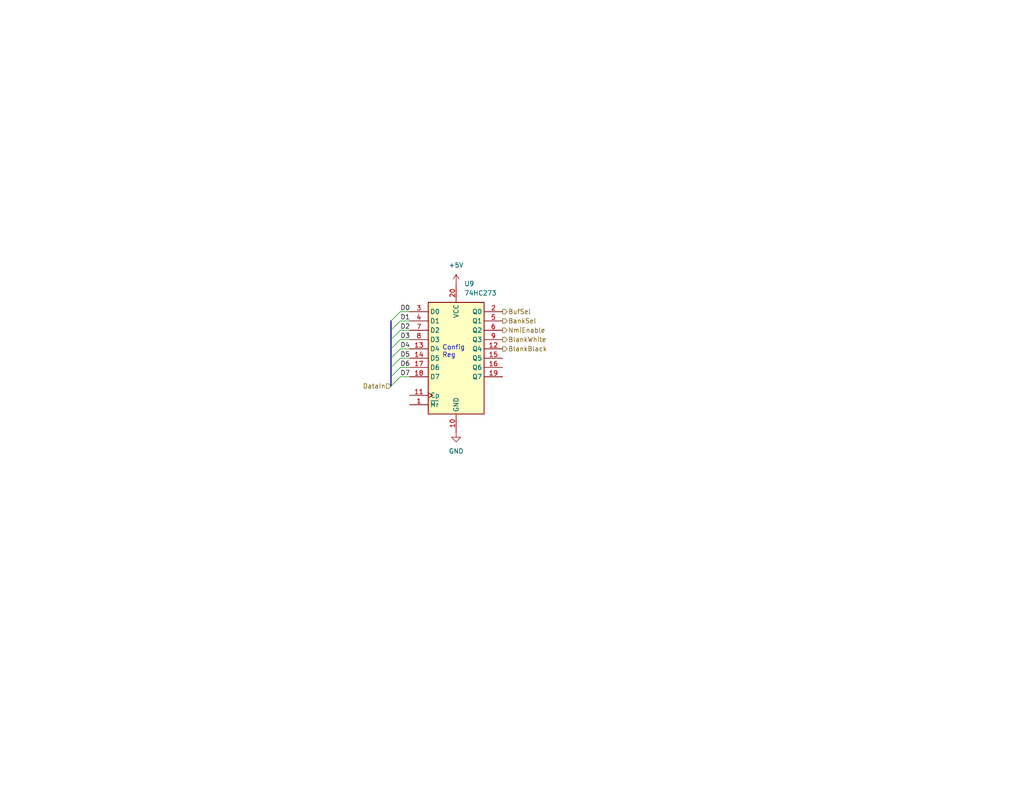
<source format=kicad_sch>
(kicad_sch (version 20230121) (generator eeschema)

  (uuid 4d6f2815-3874-4c08-b896-7e1731e15c2d)

  (paper "USLetter")

  (title_block
    (title "6502 Framebuffer: Config Register")
  )

  (lib_symbols
    (symbol "74xx:74HC273" (in_bom yes) (on_board yes)
      (property "Reference" "U" (at -7.62 16.51 0)
        (effects (font (size 1.27 1.27)))
      )
      (property "Value" "74HC273" (at -7.62 -16.51 0)
        (effects (font (size 1.27 1.27)))
      )
      (property "Footprint" "" (at 0 0 0)
        (effects (font (size 1.27 1.27)) hide)
      )
      (property "Datasheet" "https://assets.nexperia.com/documents/data-sheet/74HC_HCT273.pdf" (at 0 0 0)
        (effects (font (size 1.27 1.27)) hide)
      )
      (property "ki_keywords" "HCMOS DFF DFF8" (at 0 0 0)
        (effects (font (size 1.27 1.27)) hide)
      )
      (property "ki_description" "8-bit D Flip-Flop, reset" (at 0 0 0)
        (effects (font (size 1.27 1.27)) hide)
      )
      (property "ki_fp_filters" "DIP?20* SO?20* SOIC?20*" (at 0 0 0)
        (effects (font (size 1.27 1.27)) hide)
      )
      (symbol "74HC273_1_0"
        (pin input line (at -12.7 -12.7 0) (length 5.08)
          (name "~{Mr}" (effects (font (size 1.27 1.27))))
          (number "1" (effects (font (size 1.27 1.27))))
        )
        (pin power_in line (at 0 -20.32 90) (length 5.08)
          (name "GND" (effects (font (size 1.27 1.27))))
          (number "10" (effects (font (size 1.27 1.27))))
        )
        (pin input clock (at -12.7 -10.16 0) (length 5.08)
          (name "Cp" (effects (font (size 1.27 1.27))))
          (number "11" (effects (font (size 1.27 1.27))))
        )
        (pin output line (at 12.7 2.54 180) (length 5.08)
          (name "Q4" (effects (font (size 1.27 1.27))))
          (number "12" (effects (font (size 1.27 1.27))))
        )
        (pin input line (at -12.7 2.54 0) (length 5.08)
          (name "D4" (effects (font (size 1.27 1.27))))
          (number "13" (effects (font (size 1.27 1.27))))
        )
        (pin input line (at -12.7 0 0) (length 5.08)
          (name "D5" (effects (font (size 1.27 1.27))))
          (number "14" (effects (font (size 1.27 1.27))))
        )
        (pin output line (at 12.7 0 180) (length 5.08)
          (name "Q5" (effects (font (size 1.27 1.27))))
          (number "15" (effects (font (size 1.27 1.27))))
        )
        (pin output line (at 12.7 -2.54 180) (length 5.08)
          (name "Q6" (effects (font (size 1.27 1.27))))
          (number "16" (effects (font (size 1.27 1.27))))
        )
        (pin input line (at -12.7 -2.54 0) (length 5.08)
          (name "D6" (effects (font (size 1.27 1.27))))
          (number "17" (effects (font (size 1.27 1.27))))
        )
        (pin input line (at -12.7 -5.08 0) (length 5.08)
          (name "D7" (effects (font (size 1.27 1.27))))
          (number "18" (effects (font (size 1.27 1.27))))
        )
        (pin output line (at 12.7 -5.08 180) (length 5.08)
          (name "Q7" (effects (font (size 1.27 1.27))))
          (number "19" (effects (font (size 1.27 1.27))))
        )
        (pin output line (at 12.7 12.7 180) (length 5.08)
          (name "Q0" (effects (font (size 1.27 1.27))))
          (number "2" (effects (font (size 1.27 1.27))))
        )
        (pin power_in line (at 0 20.32 270) (length 5.08)
          (name "VCC" (effects (font (size 1.27 1.27))))
          (number "20" (effects (font (size 1.27 1.27))))
        )
        (pin input line (at -12.7 12.7 0) (length 5.08)
          (name "D0" (effects (font (size 1.27 1.27))))
          (number "3" (effects (font (size 1.27 1.27))))
        )
        (pin input line (at -12.7 10.16 0) (length 5.08)
          (name "D1" (effects (font (size 1.27 1.27))))
          (number "4" (effects (font (size 1.27 1.27))))
        )
        (pin output line (at 12.7 10.16 180) (length 5.08)
          (name "Q1" (effects (font (size 1.27 1.27))))
          (number "5" (effects (font (size 1.27 1.27))))
        )
        (pin output line (at 12.7 7.62 180) (length 5.08)
          (name "Q2" (effects (font (size 1.27 1.27))))
          (number "6" (effects (font (size 1.27 1.27))))
        )
        (pin input line (at -12.7 7.62 0) (length 5.08)
          (name "D2" (effects (font (size 1.27 1.27))))
          (number "7" (effects (font (size 1.27 1.27))))
        )
        (pin input line (at -12.7 5.08 0) (length 5.08)
          (name "D3" (effects (font (size 1.27 1.27))))
          (number "8" (effects (font (size 1.27 1.27))))
        )
        (pin output line (at 12.7 5.08 180) (length 5.08)
          (name "Q3" (effects (font (size 1.27 1.27))))
          (number "9" (effects (font (size 1.27 1.27))))
        )
      )
      (symbol "74HC273_1_1"
        (rectangle (start -7.62 15.24) (end 7.62 -15.24)
          (stroke (width 0.254) (type default))
          (fill (type background))
        )
      )
    )
    (symbol "power:+5V" (power) (pin_names (offset 0)) (in_bom yes) (on_board yes)
      (property "Reference" "#PWR" (at 0 -3.81 0)
        (effects (font (size 1.27 1.27)) hide)
      )
      (property "Value" "+5V" (at 0 3.556 0)
        (effects (font (size 1.27 1.27)))
      )
      (property "Footprint" "" (at 0 0 0)
        (effects (font (size 1.27 1.27)) hide)
      )
      (property "Datasheet" "" (at 0 0 0)
        (effects (font (size 1.27 1.27)) hide)
      )
      (property "ki_keywords" "global power" (at 0 0 0)
        (effects (font (size 1.27 1.27)) hide)
      )
      (property "ki_description" "Power symbol creates a global label with name \"+5V\"" (at 0 0 0)
        (effects (font (size 1.27 1.27)) hide)
      )
      (symbol "+5V_0_1"
        (polyline
          (pts
            (xy -0.762 1.27)
            (xy 0 2.54)
          )
          (stroke (width 0) (type default))
          (fill (type none))
        )
        (polyline
          (pts
            (xy 0 0)
            (xy 0 2.54)
          )
          (stroke (width 0) (type default))
          (fill (type none))
        )
        (polyline
          (pts
            (xy 0 2.54)
            (xy 0.762 1.27)
          )
          (stroke (width 0) (type default))
          (fill (type none))
        )
      )
      (symbol "+5V_1_1"
        (pin power_in line (at 0 0 90) (length 0) hide
          (name "+5V" (effects (font (size 1.27 1.27))))
          (number "1" (effects (font (size 1.27 1.27))))
        )
      )
    )
    (symbol "power:GND" (power) (pin_names (offset 0)) (in_bom yes) (on_board yes)
      (property "Reference" "#PWR" (at 0 -6.35 0)
        (effects (font (size 1.27 1.27)) hide)
      )
      (property "Value" "GND" (at 0 -3.81 0)
        (effects (font (size 1.27 1.27)))
      )
      (property "Footprint" "" (at 0 0 0)
        (effects (font (size 1.27 1.27)) hide)
      )
      (property "Datasheet" "" (at 0 0 0)
        (effects (font (size 1.27 1.27)) hide)
      )
      (property "ki_keywords" "global power" (at 0 0 0)
        (effects (font (size 1.27 1.27)) hide)
      )
      (property "ki_description" "Power symbol creates a global label with name \"GND\" , ground" (at 0 0 0)
        (effects (font (size 1.27 1.27)) hide)
      )
      (symbol "GND_0_1"
        (polyline
          (pts
            (xy 0 0)
            (xy 0 -1.27)
            (xy 1.27 -1.27)
            (xy 0 -2.54)
            (xy -1.27 -1.27)
            (xy 0 -1.27)
          )
          (stroke (width 0) (type default))
          (fill (type none))
        )
      )
      (symbol "GND_1_1"
        (pin power_in line (at 0 0 270) (length 0) hide
          (name "GND" (effects (font (size 1.27 1.27))))
          (number "1" (effects (font (size 1.27 1.27))))
        )
      )
    )
  )


  (bus_entry (at 109.22 102.87) (size -2.54 2.54)
    (stroke (width 0) (type default))
    (uuid 3181ecb9-392b-495a-afd2-c5cf0dcf889a)
  )
  (bus_entry (at 109.22 87.63) (size -2.54 2.54)
    (stroke (width 0) (type default))
    (uuid 44f8930f-e5b5-4584-97fc-ccdc7d2c87d1)
  )
  (bus_entry (at 109.22 95.25) (size -2.54 2.54)
    (stroke (width 0) (type default))
    (uuid 4fc23f2a-716a-46dc-b1b2-088d5527d36d)
  )
  (bus_entry (at 109.22 97.79) (size -2.54 2.54)
    (stroke (width 0) (type default))
    (uuid 553051df-443e-4b8f-806a-b06d40217e07)
  )
  (bus_entry (at 109.22 92.71) (size -2.54 2.54)
    (stroke (width 0) (type default))
    (uuid 7b429c27-6b95-4695-b306-0e8f25f75c70)
  )
  (bus_entry (at 109.22 85.09) (size -2.54 2.54)
    (stroke (width 0) (type default))
    (uuid e3ac2b3b-6daf-4187-ae6a-e43fc0d28395)
  )
  (bus_entry (at 109.22 100.33) (size -2.54 2.54)
    (stroke (width 0) (type default))
    (uuid e439e53f-4a4a-4c5d-8697-57494680ef0e)
  )
  (bus_entry (at 109.22 90.17) (size -2.54 2.54)
    (stroke (width 0) (type default))
    (uuid fb5b49d3-894e-4613-914c-0a1d881dc0d1)
  )

  (wire (pts (xy 109.22 92.71) (xy 111.76 92.71))
    (stroke (width 0) (type default))
    (uuid 1dd2b2a9-b764-4194-aaaf-9e7e6e6817b1)
  )
  (bus (pts (xy 106.68 97.79) (xy 106.68 100.33))
    (stroke (width 0) (type default))
    (uuid 311636f1-f01a-4658-8cbd-d7b681f854f6)
  )
  (bus (pts (xy 106.68 102.87) (xy 106.68 105.41))
    (stroke (width 0) (type default))
    (uuid 613741c9-f41d-404f-8fe7-0c794d762cd6)
  )
  (bus (pts (xy 106.68 87.63) (xy 106.68 90.17))
    (stroke (width 0) (type default))
    (uuid 709a443f-3540-4afb-ab73-a91cdcc76218)
  )
  (bus (pts (xy 106.68 92.71) (xy 106.68 95.25))
    (stroke (width 0) (type default))
    (uuid 7f0e3886-2c97-44a9-9e7a-acf4fe892bdf)
  )
  (bus (pts (xy 106.68 90.17) (xy 106.68 92.71))
    (stroke (width 0) (type default))
    (uuid 8221c22c-9122-45ee-9973-352ad9646f05)
  )
  (bus (pts (xy 106.68 100.33) (xy 106.68 102.87))
    (stroke (width 0) (type default))
    (uuid 9a3f493f-8286-4bf7-a76a-c50fc312c9f8)
  )

  (wire (pts (xy 109.22 102.87) (xy 111.76 102.87))
    (stroke (width 0) (type default))
    (uuid 9cc93a4a-b3db-4eee-a64a-3248d213c7c4)
  )
  (wire (pts (xy 109.22 97.79) (xy 111.76 97.79))
    (stroke (width 0) (type default))
    (uuid b2194d6c-a4dd-4aef-8608-05e060e54d42)
  )
  (wire (pts (xy 109.22 90.17) (xy 111.76 90.17))
    (stroke (width 0) (type default))
    (uuid b5310dab-204c-4622-9e43-852075a6aa20)
  )
  (wire (pts (xy 109.22 87.63) (xy 111.76 87.63))
    (stroke (width 0) (type default))
    (uuid bb06d90c-662a-479d-8c38-f377848beb53)
  )
  (wire (pts (xy 109.22 95.25) (xy 111.76 95.25))
    (stroke (width 0) (type default))
    (uuid d18ffa8b-334d-4042-bc1c-380eb35d5093)
  )
  (wire (pts (xy 109.22 100.33) (xy 111.76 100.33))
    (stroke (width 0) (type default))
    (uuid df7a8490-ecf2-495d-be76-b353096701eb)
  )
  (wire (pts (xy 109.22 85.09) (xy 111.76 85.09))
    (stroke (width 0) (type default))
    (uuid e4e2b5f7-f4dd-4feb-b838-0e029ff58428)
  )
  (bus (pts (xy 106.68 95.25) (xy 106.68 97.79))
    (stroke (width 0) (type default))
    (uuid f4a58197-21ab-4d8f-bda5-ccc5d6908d7d)
  )

  (text "Config\nReg" (at 120.65 97.79 0)
    (effects (font (size 1.27 1.27)) (justify left bottom))
    (uuid 193a0ce8-a3ce-4f13-ae2e-31925794bd41)
  )

  (label "D5" (at 109.22 97.79 0) (fields_autoplaced)
    (effects (font (size 1.27 1.27)) (justify left bottom))
    (uuid 154e1817-de20-499a-a9a3-aa5619b18ac9)
  )
  (label "D4" (at 109.22 95.25 0) (fields_autoplaced)
    (effects (font (size 1.27 1.27)) (justify left bottom))
    (uuid 64bc8338-88b8-47b2-81d9-6d5c2559aa8a)
  )
  (label "D1" (at 109.22 87.63 0) (fields_autoplaced)
    (effects (font (size 1.27 1.27)) (justify left bottom))
    (uuid 7994febb-45d8-4bb1-a6c0-6bf84d3da735)
  )
  (label "D3" (at 109.22 92.71 0) (fields_autoplaced)
    (effects (font (size 1.27 1.27)) (justify left bottom))
    (uuid 7c56d22c-7905-42f2-b8d7-2e3dddd5d8cd)
  )
  (label "D6" (at 109.22 100.33 0) (fields_autoplaced)
    (effects (font (size 1.27 1.27)) (justify left bottom))
    (uuid 87ef22d7-8a54-4bf8-a7df-88b3d5c9ccca)
  )
  (label "D0" (at 109.22 85.09 0) (fields_autoplaced)
    (effects (font (size 1.27 1.27)) (justify left bottom))
    (uuid ac7ba3d2-432a-43e7-89b7-b6d5aa575c19)
  )
  (label "D2" (at 109.22 90.17 0) (fields_autoplaced)
    (effects (font (size 1.27 1.27)) (justify left bottom))
    (uuid c261ca7f-57be-44fa-9e2e-adbd0b1182a4)
  )
  (label "D7" (at 109.22 102.87 0) (fields_autoplaced)
    (effects (font (size 1.27 1.27)) (justify left bottom))
    (uuid dca8cdf3-450e-4c27-8400-295704901fe6)
  )

  (hierarchical_label "DataIn" (shape input) (at 106.68 105.41 180) (fields_autoplaced)
    (effects (font (size 1.27 1.27)) (justify right))
    (uuid 28c2e59a-4954-4bfb-bae5-7d614acc1abf)
  )
  (hierarchical_label "NmiEnable" (shape output) (at 137.16 90.17 0) (fields_autoplaced)
    (effects (font (size 1.27 1.27)) (justify left))
    (uuid 69493e6e-c77f-4c2b-bdcc-321f2ed1dfec)
  )
  (hierarchical_label "BankSel" (shape output) (at 137.16 87.63 0) (fields_autoplaced)
    (effects (font (size 1.27 1.27)) (justify left))
    (uuid a2c3c175-2d7a-4168-9b4b-65091b69f97a)
  )
  (hierarchical_label "BufSel" (shape output) (at 137.16 85.09 0) (fields_autoplaced)
    (effects (font (size 1.27 1.27)) (justify left))
    (uuid ac58a8b7-f788-4089-abc2-0706bf5ee650)
  )
  (hierarchical_label "BlankBlack" (shape output) (at 137.16 95.25 0) (fields_autoplaced)
    (effects (font (size 1.27 1.27)) (justify left))
    (uuid b7cf4186-d51d-44cf-8730-b05524d8f98f)
  )
  (hierarchical_label "BlankWhite" (shape output) (at 137.16 92.71 0) (fields_autoplaced)
    (effects (font (size 1.27 1.27)) (justify left))
    (uuid ffaa8333-02d7-4309-bbe0-86510646f2c0)
  )

  (symbol (lib_id "power:+5V") (at 124.46 77.47 0) (unit 1)
    (in_bom yes) (on_board yes) (dnp no) (fields_autoplaced)
    (uuid 3d4ca81d-e8d7-49ea-904f-2bb5068fa3ad)
    (property "Reference" "#PWR02" (at 124.46 81.28 0)
      (effects (font (size 1.27 1.27)) hide)
    )
    (property "Value" "+5V" (at 124.46 72.39 0)
      (effects (font (size 1.27 1.27)))
    )
    (property "Footprint" "" (at 124.46 77.47 0)
      (effects (font (size 1.27 1.27)) hide)
    )
    (property "Datasheet" "" (at 124.46 77.47 0)
      (effects (font (size 1.27 1.27)) hide)
    )
    (pin "1" (uuid 5e9262be-ea69-43a6-8e9e-f549d91d831a))
    (instances
      (project "6502gpu"
        (path "/b1d8dca2-c863-4452-b293-53802be895cc"
          (reference "#PWR02") (unit 1)
        )
        (path "/b1d8dca2-c863-4452-b293-53802be895cc/197218df-cdff-410d-b6f3-6b97d6088888"
          (reference "#PWR02") (unit 1)
        )
        (path "/b1d8dca2-c863-4452-b293-53802be895cc/25d51073-b007-4d3a-a895-244d96d772f9"
          (reference "#PWR024") (unit 1)
        )
      )
    )
  )

  (symbol (lib_id "power:GND") (at 124.46 118.11 0) (unit 1)
    (in_bom yes) (on_board yes) (dnp no) (fields_autoplaced)
    (uuid bf78375d-cc98-4b0c-b1fe-0aa5d2b31282)
    (property "Reference" "#PWR03" (at 124.46 124.46 0)
      (effects (font (size 1.27 1.27)) hide)
    )
    (property "Value" "GND" (at 124.46 123.19 0)
      (effects (font (size 1.27 1.27)))
    )
    (property "Footprint" "" (at 124.46 118.11 0)
      (effects (font (size 1.27 1.27)) hide)
    )
    (property "Datasheet" "" (at 124.46 118.11 0)
      (effects (font (size 1.27 1.27)) hide)
    )
    (pin "1" (uuid 640acbe4-046f-4b15-ad53-29b8a4d88024))
    (instances
      (project "6502gpu"
        (path "/b1d8dca2-c863-4452-b293-53802be895cc"
          (reference "#PWR03") (unit 1)
        )
        (path "/b1d8dca2-c863-4452-b293-53802be895cc/197218df-cdff-410d-b6f3-6b97d6088888"
          (reference "#PWR03") (unit 1)
        )
        (path "/b1d8dca2-c863-4452-b293-53802be895cc/25d51073-b007-4d3a-a895-244d96d772f9"
          (reference "#PWR025") (unit 1)
        )
      )
    )
  )

  (symbol (lib_id "74xx:74HC273") (at 124.46 97.79 0) (unit 1)
    (in_bom yes) (on_board yes) (dnp no)
    (uuid dad12e25-348d-4520-a1b3-fd9657e536a8)
    (property "Reference" "U9" (at 126.6541 77.47 0)
      (effects (font (size 1.27 1.27)) (justify left))
    )
    (property "Value" "74HC273" (at 126.6541 80.01 0)
      (effects (font (size 1.27 1.27)) (justify left))
    )
    (property "Footprint" "" (at 124.46 97.79 0)
      (effects (font (size 1.27 1.27)) hide)
    )
    (property "Datasheet" "https://assets.nexperia.com/documents/data-sheet/74HC_HCT273.pdf" (at 124.46 97.79 0)
      (effects (font (size 1.27 1.27)) hide)
    )
    (pin "1" (uuid 219bae37-58d0-41b9-8a5c-6bb5b0f91899))
    (pin "10" (uuid e49bd6f6-3c26-46e0-9f2d-aff223cd40f7))
    (pin "11" (uuid 226d4603-9b16-4a63-997f-856576122de6))
    (pin "12" (uuid 2f56f802-0da9-43fc-89b0-185138e30b9c))
    (pin "13" (uuid 60bffdd8-aa2e-422c-b4e1-da3f58152186))
    (pin "14" (uuid cff02f65-d99e-4e97-8e2e-6da4b51c6f05))
    (pin "15" (uuid 0dfbf853-2554-488b-b49c-9fa389558add))
    (pin "16" (uuid 66244ce3-c0fa-4c23-9753-b35a691cdfb7))
    (pin "17" (uuid ffdcce90-500f-4068-a7fc-de012a11a441))
    (pin "18" (uuid ca1c3af2-7840-4110-827a-8eb76bbcf2ad))
    (pin "19" (uuid b85222b9-f753-4954-afa7-29df2981454e))
    (pin "2" (uuid 23cef2d0-077d-4747-b741-783f04c5020d))
    (pin "20" (uuid dfd819f6-67f1-4af7-a2db-430c934482b2))
    (pin "3" (uuid e6850300-3564-4791-910b-aabb6596bd04))
    (pin "4" (uuid ac9ad10a-a42e-469d-9de9-2f0977c85d1b))
    (pin "5" (uuid b8ff4426-caac-4a22-a83f-ed5a69cf80d0))
    (pin "6" (uuid 073963f2-e752-44c8-b3ff-a88f90e17751))
    (pin "7" (uuid 72e97578-a791-4b67-b26a-4b367ad601e0))
    (pin "8" (uuid 24e8ff10-e3c4-4296-bce7-70dd791a96b5))
    (pin "9" (uuid b0e4a4d1-4a44-4332-9da3-ceb39a20c08a))
    (instances
      (project "6502gpu"
        (path "/b1d8dca2-c863-4452-b293-53802be895cc/25d51073-b007-4d3a-a895-244d96d772f9"
          (reference "U9") (unit 1)
        )
      )
    )
  )
)

</source>
